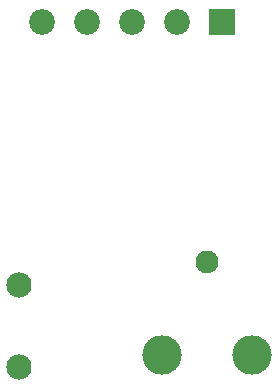
<source format=gbr>
G04 start of page 7 for group -4062 idx -4062 *
G04 Title: (unknown), soldermask *
G04 Creator: pcb 4.2.2 *
G04 CreationDate: Mon Nov  6 18:02:03 2023 UTC *
G04 For: thomasc *
G04 Format: Gerber/RS-274X *
G04 PCB-Dimensions (mil): 1125.00 1500.00 *
G04 PCB-Coordinate-Origin: lower left *
%MOIN*%
%FSLAX25Y25*%
%LNBOTTOMMASK*%
%ADD43C,0.1310*%
%ADD42C,0.0760*%
%ADD41C,0.0840*%
%ADD40C,0.0001*%
%ADD39C,0.0860*%
G54D39*X57500Y127500D03*
X72500D03*
G54D40*G36*
X83200Y131800D02*Y123200D01*
X91800D01*
Y131800D01*
X83200D01*
G37*
G54D39*X42500Y127500D03*
X27500D03*
G54D41*X20000Y12500D03*
Y40000D03*
G54D42*X82500Y47500D03*
G54D43*X97500Y16500D03*
X67500D03*
M02*

</source>
